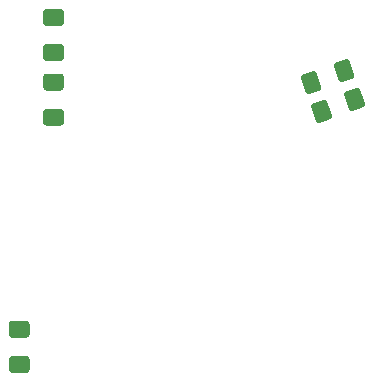
<source format=gbr>
%TF.GenerationSoftware,KiCad,Pcbnew,5.1.6-c6e7f7d~86~ubuntu18.04.1*%
%TF.CreationDate,2021-04-26T01:39:18-07:00*%
%TF.ProjectId,thumb_cluster_right,7468756d-625f-4636-9c75-737465725f72,rev?*%
%TF.SameCoordinates,Original*%
%TF.FileFunction,Paste,Bot*%
%TF.FilePolarity,Positive*%
%FSLAX46Y46*%
G04 Gerber Fmt 4.6, Leading zero omitted, Abs format (unit mm)*
G04 Created by KiCad (PCBNEW 5.1.6-c6e7f7d~86~ubuntu18.04.1) date 2021-04-26 01:39:18*
%MOMM*%
%LPD*%
G01*
G04 APERTURE LIST*
G04 APERTURE END LIST*
%TO.C,R2*%
G36*
G01*
X136195000Y-83285418D02*
X134945000Y-83285418D01*
G75*
G02*
X134695000Y-83035418I0J250000D01*
G01*
X134695000Y-82110418D01*
G75*
G02*
X134945000Y-81860418I250000J0D01*
G01*
X136195000Y-81860418D01*
G75*
G02*
X136445000Y-82110418I0J-250000D01*
G01*
X136445000Y-83035418D01*
G75*
G02*
X136195000Y-83285418I-250000J0D01*
G01*
G37*
G36*
G01*
X136195000Y-86260418D02*
X134945000Y-86260418D01*
G75*
G02*
X134695000Y-86010418I0J250000D01*
G01*
X134695000Y-85085418D01*
G75*
G02*
X134945000Y-84835418I250000J0D01*
G01*
X136195000Y-84835418D01*
G75*
G02*
X136445000Y-85085418I0J-250000D01*
G01*
X136445000Y-86010418D01*
G75*
G02*
X136195000Y-86260418I-250000J0D01*
G01*
G37*
%TD*%
%TO.C,R5*%
G36*
G01*
X160598432Y-84856881D02*
X160170907Y-83682265D01*
G75*
G02*
X160320325Y-83361837I234923J85505D01*
G01*
X161189540Y-83045469D01*
G75*
G02*
X161509968Y-83194887I85505J-234923D01*
G01*
X161937493Y-84369503D01*
G75*
G02*
X161788075Y-84689931I-234923J-85505D01*
G01*
X160918860Y-85006299D01*
G75*
G02*
X160598432Y-84856881I-85505J234923D01*
G01*
G37*
G36*
G01*
X157802846Y-85874391D02*
X157375321Y-84699775D01*
G75*
G02*
X157524739Y-84379347I234923J85505D01*
G01*
X158393954Y-84062979D01*
G75*
G02*
X158714382Y-84212397I85505J-234923D01*
G01*
X159141907Y-85387013D01*
G75*
G02*
X158992489Y-85707441I-234923J-85505D01*
G01*
X158123274Y-86023809D01*
G75*
G02*
X157802846Y-85874391I-85505J234923D01*
G01*
G37*
%TD*%
%TO.C,R4*%
G36*
G01*
X159715882Y-82432095D02*
X159288357Y-81257479D01*
G75*
G02*
X159437775Y-80937051I234923J85505D01*
G01*
X160306990Y-80620683D01*
G75*
G02*
X160627418Y-80770101I85505J-234923D01*
G01*
X161054943Y-81944717D01*
G75*
G02*
X160905525Y-82265145I-234923J-85505D01*
G01*
X160036310Y-82581513D01*
G75*
G02*
X159715882Y-82432095I-85505J234923D01*
G01*
G37*
G36*
G01*
X156920296Y-83449605D02*
X156492771Y-82274989D01*
G75*
G02*
X156642189Y-81954561I234923J85505D01*
G01*
X157511404Y-81638193D01*
G75*
G02*
X157831832Y-81787611I85505J-234923D01*
G01*
X158259357Y-82962227D01*
G75*
G02*
X158109939Y-83282655I-234923J-85505D01*
G01*
X157240724Y-83599023D01*
G75*
G02*
X156920296Y-83449605I-85505J234923D01*
G01*
G37*
%TD*%
%TO.C,R3*%
G36*
G01*
X134945000Y-79345000D02*
X136195000Y-79345000D01*
G75*
G02*
X136445000Y-79595000I0J-250000D01*
G01*
X136445000Y-80520000D01*
G75*
G02*
X136195000Y-80770000I-250000J0D01*
G01*
X134945000Y-80770000D01*
G75*
G02*
X134695000Y-80520000I0J250000D01*
G01*
X134695000Y-79595000D01*
G75*
G02*
X134945000Y-79345000I250000J0D01*
G01*
G37*
G36*
G01*
X134945000Y-76370000D02*
X136195000Y-76370000D01*
G75*
G02*
X136445000Y-76620000I0J-250000D01*
G01*
X136445000Y-77545000D01*
G75*
G02*
X136195000Y-77795000I-250000J0D01*
G01*
X134945000Y-77795000D01*
G75*
G02*
X134695000Y-77545000I0J250000D01*
G01*
X134695000Y-76620000D01*
G75*
G02*
X134945000Y-76370000I250000J0D01*
G01*
G37*
%TD*%
%TO.C,R1*%
G36*
G01*
X132045000Y-105760416D02*
X133295000Y-105760416D01*
G75*
G02*
X133545000Y-106010416I0J-250000D01*
G01*
X133545000Y-106935416D01*
G75*
G02*
X133295000Y-107185416I-250000J0D01*
G01*
X132045000Y-107185416D01*
G75*
G02*
X131795000Y-106935416I0J250000D01*
G01*
X131795000Y-106010416D01*
G75*
G02*
X132045000Y-105760416I250000J0D01*
G01*
G37*
G36*
G01*
X132045000Y-102785416D02*
X133295000Y-102785416D01*
G75*
G02*
X133545000Y-103035416I0J-250000D01*
G01*
X133545000Y-103960416D01*
G75*
G02*
X133295000Y-104210416I-250000J0D01*
G01*
X132045000Y-104210416D01*
G75*
G02*
X131795000Y-103960416I0J250000D01*
G01*
X131795000Y-103035416D01*
G75*
G02*
X132045000Y-102785416I250000J0D01*
G01*
G37*
%TD*%
M02*

</source>
